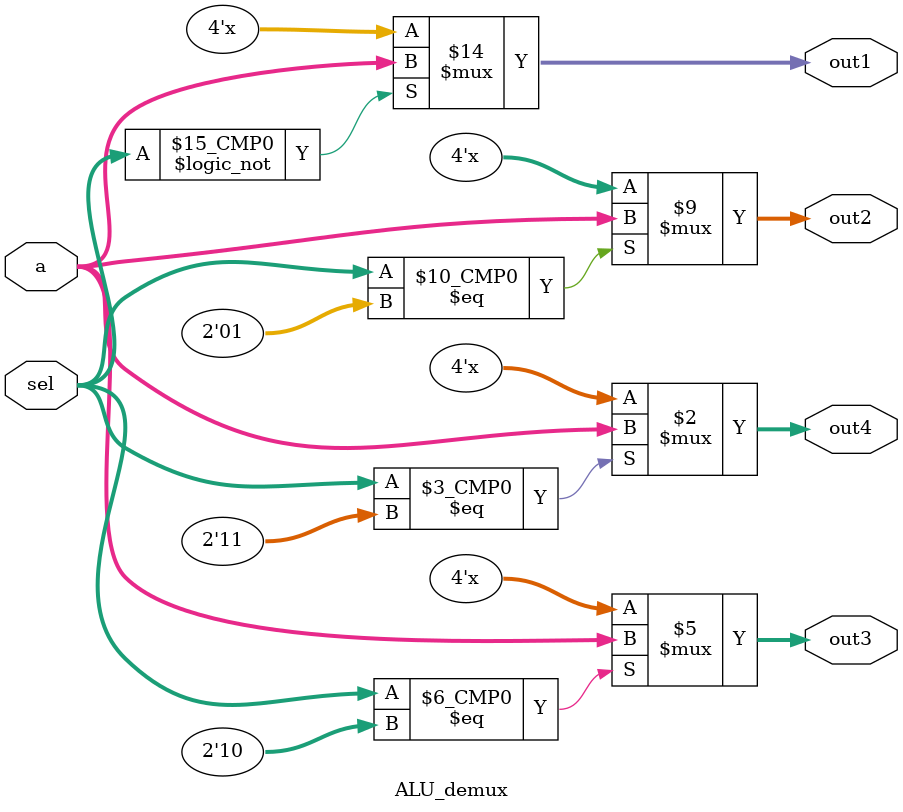
<source format=v>
`timescale 1ns / 1ps

module ALU_demux(a,sel,out1,out2,out3,out4);

input [3:0] a;
output reg [3:0] out1;
output reg [3:0] out2;
output reg [3:0] out3;
output reg [3:0] out4;
input [1:0] sel;

always @(*)
begin
   case(sel)
   
   2'b00: out1 <= a;
   2'b01: out2 <= a;
   2'b10: out3 <= a;
   2'b11: out4 <= a;
   
   endcase

end

endmodule

</source>
